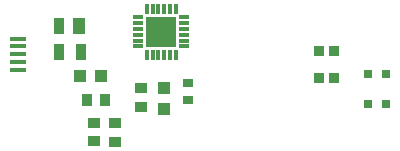
<source format=gtp>
G04*
G04 #@! TF.GenerationSoftware,Altium Limited,Altium Designer,18.1.9 (240)*
G04*
G04 Layer_Color=8421504*
%FSLAX25Y25*%
%MOIN*%
G70*
G01*
G75*
%ADD16R,0.10039X0.10039*%
%ADD17R,0.03347X0.01181*%
%ADD18R,0.01181X0.03347*%
%ADD19R,0.05315X0.01575*%
%ADD20R,0.03937X0.03543*%
%ADD21R,0.04331X0.04331*%
%ADD22R,0.03543X0.02756*%
%ADD23R,0.03150X0.03150*%
%ADD24R,0.03347X0.03347*%
%ADD25R,0.04331X0.05512*%
%ADD26R,0.03543X0.05512*%
%ADD27R,0.03543X0.03937*%
%ADD28R,0.04331X0.04331*%
D16*
X56102Y43504D02*
D03*
D17*
X63779Y48425D02*
D03*
Y46457D02*
D03*
Y44488D02*
D03*
Y42520D02*
D03*
Y40551D02*
D03*
Y38583D02*
D03*
X48425D02*
D03*
Y40551D02*
D03*
Y42520D02*
D03*
Y44488D02*
D03*
Y46457D02*
D03*
Y48425D02*
D03*
D18*
X61024Y35827D02*
D03*
X59055D02*
D03*
X57087D02*
D03*
X55118D02*
D03*
X53150D02*
D03*
X51181D02*
D03*
Y51181D02*
D03*
X53150D02*
D03*
X55118D02*
D03*
X57087D02*
D03*
X59055D02*
D03*
X61024D02*
D03*
D19*
X8126Y30882D02*
D03*
Y33441D02*
D03*
Y36000D02*
D03*
Y38559D02*
D03*
Y41118D02*
D03*
D20*
X40520Y12992D02*
D03*
Y6693D02*
D03*
X33622Y6913D02*
D03*
Y13213D02*
D03*
X49213Y18504D02*
D03*
Y24803D02*
D03*
D21*
X57087Y17693D02*
D03*
Y24780D02*
D03*
D22*
X64961Y26256D02*
D03*
Y20744D02*
D03*
D23*
X130976Y29442D02*
D03*
X125071D02*
D03*
X130976Y19442D02*
D03*
X125071D02*
D03*
D24*
X108661Y28110D02*
D03*
X113780D02*
D03*
X108661Y37110D02*
D03*
X113780D02*
D03*
D25*
X28543Y45449D02*
D03*
D26*
X21850D02*
D03*
Y36788D02*
D03*
X29331D02*
D03*
D27*
X31142Y20754D02*
D03*
X37441D02*
D03*
D28*
X28976Y28744D02*
D03*
X36063D02*
D03*
M02*

</source>
